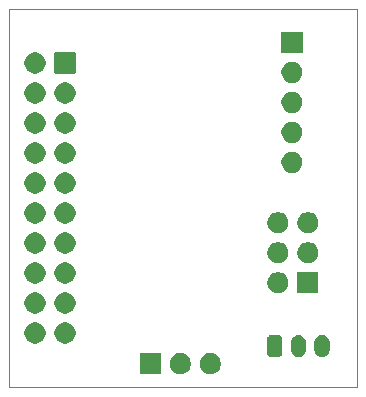
<source format=gbr>
G04 #@! TF.GenerationSoftware,KiCad,Pcbnew,9.0.2*
G04 #@! TF.CreationDate,2025-09-05T09:59:15+02:00*
G04 #@! TF.ProjectId,JtagArm20Adapter,4a746167-4172-46d3-9230-416461707465,rev?*
G04 #@! TF.SameCoordinates,Original*
G04 #@! TF.FileFunction,Soldermask,Top*
G04 #@! TF.FilePolarity,Negative*
%FSLAX46Y46*%
G04 Gerber Fmt 4.6, Leading zero omitted, Abs format (unit mm)*
G04 Created by KiCad (PCBNEW 9.0.2) date 2025-09-05 09:59:15*
%MOMM*%
%LPD*%
G01*
G04 APERTURE LIST*
G04 #@! TA.AperFunction,Profile*
%ADD10C,0.050000*%
G04 #@! TD*
G04 APERTURE END LIST*
G36*
X150329517Y-107102882D02*
G01*
X150346062Y-107113938D01*
X150357118Y-107130483D01*
X150361000Y-107150000D01*
X150361000Y-108850000D01*
X150357118Y-108869517D01*
X150346062Y-108886062D01*
X150329517Y-108897118D01*
X150310000Y-108901000D01*
X148610000Y-108901000D01*
X148590483Y-108897118D01*
X148573938Y-108886062D01*
X148562882Y-108869517D01*
X148559000Y-108850000D01*
X148559000Y-107150000D01*
X148562882Y-107130483D01*
X148573938Y-107113938D01*
X148590483Y-107102882D01*
X148610000Y-107099000D01*
X150310000Y-107099000D01*
X150329517Y-107102882D01*
G37*
G36*
X152261546Y-107137797D02*
G01*
X152424728Y-107205389D01*
X152571588Y-107303518D01*
X152696482Y-107428412D01*
X152794611Y-107575272D01*
X152862203Y-107738454D01*
X152896661Y-107911687D01*
X152896661Y-108088313D01*
X152862203Y-108261546D01*
X152794611Y-108424728D01*
X152696482Y-108571588D01*
X152571588Y-108696482D01*
X152424728Y-108794611D01*
X152261546Y-108862203D01*
X152088313Y-108896661D01*
X151911687Y-108896661D01*
X151738454Y-108862203D01*
X151575272Y-108794611D01*
X151428412Y-108696482D01*
X151303518Y-108571588D01*
X151205389Y-108424728D01*
X151137797Y-108261546D01*
X151103339Y-108088313D01*
X151103339Y-107911687D01*
X151137797Y-107738454D01*
X151205389Y-107575272D01*
X151303518Y-107428412D01*
X151428412Y-107303518D01*
X151575272Y-107205389D01*
X151738454Y-107137797D01*
X151911687Y-107103339D01*
X152088313Y-107103339D01*
X152261546Y-107137797D01*
G37*
G36*
X154801546Y-107137797D02*
G01*
X154964728Y-107205389D01*
X155111588Y-107303518D01*
X155236482Y-107428412D01*
X155334611Y-107575272D01*
X155402203Y-107738454D01*
X155436661Y-107911687D01*
X155436661Y-108088313D01*
X155402203Y-108261546D01*
X155334611Y-108424728D01*
X155236482Y-108571588D01*
X155111588Y-108696482D01*
X154964728Y-108794611D01*
X154801546Y-108862203D01*
X154628313Y-108896661D01*
X154451687Y-108896661D01*
X154278454Y-108862203D01*
X154115272Y-108794611D01*
X153968412Y-108696482D01*
X153843518Y-108571588D01*
X153745389Y-108424728D01*
X153677797Y-108261546D01*
X153643339Y-108088313D01*
X153643339Y-107911687D01*
X153677797Y-107738454D01*
X153745389Y-107575272D01*
X153843518Y-107428412D01*
X153968412Y-107303518D01*
X154115272Y-107205389D01*
X154278454Y-107137797D01*
X154451687Y-107103339D01*
X154628313Y-107103339D01*
X154801546Y-107137797D01*
G37*
G36*
X160418914Y-105581995D02*
G01*
X160434726Y-105588976D01*
X160442531Y-105590213D01*
X160475039Y-105606776D01*
X160520106Y-105626676D01*
X160598324Y-105704894D01*
X160618226Y-105749967D01*
X160634786Y-105782468D01*
X160636021Y-105790270D01*
X160643005Y-105806086D01*
X160651000Y-105875000D01*
X160651000Y-107125000D01*
X160643005Y-107193914D01*
X160636021Y-107209729D01*
X160634786Y-107217531D01*
X160618229Y-107250024D01*
X160598324Y-107295106D01*
X160520106Y-107373324D01*
X160475024Y-107393229D01*
X160442531Y-107409786D01*
X160434729Y-107411021D01*
X160418914Y-107418005D01*
X160350000Y-107426000D01*
X159650000Y-107426000D01*
X159581086Y-107418005D01*
X159565270Y-107411021D01*
X159557468Y-107409786D01*
X159524967Y-107393226D01*
X159479894Y-107373324D01*
X159401676Y-107295106D01*
X159381776Y-107250039D01*
X159365213Y-107217531D01*
X159363976Y-107209726D01*
X159356995Y-107193914D01*
X159349000Y-107125000D01*
X159349000Y-105875000D01*
X159356995Y-105806086D01*
X159363976Y-105790274D01*
X159365213Y-105782468D01*
X159381780Y-105749953D01*
X159401676Y-105704894D01*
X159479894Y-105626676D01*
X159524953Y-105606780D01*
X159557468Y-105590213D01*
X159565274Y-105588976D01*
X159581086Y-105581995D01*
X159650000Y-105574000D01*
X160350000Y-105574000D01*
X160418914Y-105581995D01*
G37*
G36*
X162188975Y-105602032D02*
G01*
X162306879Y-105650869D01*
X162412990Y-105721770D01*
X162503230Y-105812010D01*
X162574131Y-105918121D01*
X162622968Y-106036025D01*
X162647865Y-106161191D01*
X162651000Y-106225000D01*
X162651000Y-106775000D01*
X162647865Y-106838809D01*
X162622968Y-106963975D01*
X162574131Y-107081879D01*
X162503230Y-107187990D01*
X162412990Y-107278230D01*
X162306879Y-107349131D01*
X162188975Y-107397968D01*
X162063809Y-107422865D01*
X161936191Y-107422865D01*
X161811025Y-107397968D01*
X161693121Y-107349131D01*
X161587010Y-107278230D01*
X161496770Y-107187990D01*
X161425869Y-107081879D01*
X161377032Y-106963975D01*
X161352135Y-106838809D01*
X161349000Y-106775000D01*
X161349000Y-106225000D01*
X161352135Y-106161191D01*
X161377032Y-106036025D01*
X161425869Y-105918121D01*
X161496770Y-105812010D01*
X161587010Y-105721770D01*
X161693121Y-105650869D01*
X161811025Y-105602032D01*
X161936191Y-105577135D01*
X162063809Y-105577135D01*
X162188975Y-105602032D01*
G37*
G36*
X164188975Y-105602032D02*
G01*
X164306879Y-105650869D01*
X164412990Y-105721770D01*
X164503230Y-105812010D01*
X164574131Y-105918121D01*
X164622968Y-106036025D01*
X164647865Y-106161191D01*
X164651000Y-106225000D01*
X164651000Y-106775000D01*
X164647865Y-106838809D01*
X164622968Y-106963975D01*
X164574131Y-107081879D01*
X164503230Y-107187990D01*
X164412990Y-107278230D01*
X164306879Y-107349131D01*
X164188975Y-107397968D01*
X164063809Y-107422865D01*
X163936191Y-107422865D01*
X163811025Y-107397968D01*
X163693121Y-107349131D01*
X163587010Y-107278230D01*
X163496770Y-107187990D01*
X163425869Y-107081879D01*
X163377032Y-106963975D01*
X163352135Y-106838809D01*
X163349000Y-106775000D01*
X163349000Y-106225000D01*
X163352135Y-106161191D01*
X163377032Y-106036025D01*
X163425869Y-105918121D01*
X163496770Y-105812010D01*
X163587010Y-105721770D01*
X163693121Y-105650869D01*
X163811025Y-105602032D01*
X163936191Y-105577135D01*
X164063809Y-105577135D01*
X164188975Y-105602032D01*
G37*
G36*
X139961546Y-104547797D02*
G01*
X140124728Y-104615389D01*
X140271588Y-104713518D01*
X140396482Y-104838412D01*
X140494611Y-104985272D01*
X140562203Y-105148454D01*
X140596661Y-105321687D01*
X140596661Y-105498313D01*
X140562203Y-105671546D01*
X140494611Y-105834728D01*
X140396482Y-105981588D01*
X140271588Y-106106482D01*
X140124728Y-106204611D01*
X139961546Y-106272203D01*
X139788313Y-106306661D01*
X139611687Y-106306661D01*
X139438454Y-106272203D01*
X139275272Y-106204611D01*
X139128412Y-106106482D01*
X139003518Y-105981588D01*
X138905389Y-105834728D01*
X138837797Y-105671546D01*
X138803339Y-105498313D01*
X138803339Y-105321687D01*
X138837797Y-105148454D01*
X138905389Y-104985272D01*
X139003518Y-104838412D01*
X139128412Y-104713518D01*
X139275272Y-104615389D01*
X139438454Y-104547797D01*
X139611687Y-104513339D01*
X139788313Y-104513339D01*
X139961546Y-104547797D01*
G37*
G36*
X142501546Y-104547797D02*
G01*
X142664728Y-104615389D01*
X142811588Y-104713518D01*
X142936482Y-104838412D01*
X143034611Y-104985272D01*
X143102203Y-105148454D01*
X143136661Y-105321687D01*
X143136661Y-105498313D01*
X143102203Y-105671546D01*
X143034611Y-105834728D01*
X142936482Y-105981588D01*
X142811588Y-106106482D01*
X142664728Y-106204611D01*
X142501546Y-106272203D01*
X142328313Y-106306661D01*
X142151687Y-106306661D01*
X141978454Y-106272203D01*
X141815272Y-106204611D01*
X141668412Y-106106482D01*
X141543518Y-105981588D01*
X141445389Y-105834728D01*
X141377797Y-105671546D01*
X141343339Y-105498313D01*
X141343339Y-105321687D01*
X141377797Y-105148454D01*
X141445389Y-104985272D01*
X141543518Y-104838412D01*
X141668412Y-104713518D01*
X141815272Y-104615389D01*
X141978454Y-104547797D01*
X142151687Y-104513339D01*
X142328313Y-104513339D01*
X142501546Y-104547797D01*
G37*
G36*
X139961546Y-102007797D02*
G01*
X140124728Y-102075389D01*
X140271588Y-102173518D01*
X140396482Y-102298412D01*
X140494611Y-102445272D01*
X140562203Y-102608454D01*
X140596661Y-102781687D01*
X140596661Y-102958313D01*
X140562203Y-103131546D01*
X140494611Y-103294728D01*
X140396482Y-103441588D01*
X140271588Y-103566482D01*
X140124728Y-103664611D01*
X139961546Y-103732203D01*
X139788313Y-103766661D01*
X139611687Y-103766661D01*
X139438454Y-103732203D01*
X139275272Y-103664611D01*
X139128412Y-103566482D01*
X139003518Y-103441588D01*
X138905389Y-103294728D01*
X138837797Y-103131546D01*
X138803339Y-102958313D01*
X138803339Y-102781687D01*
X138837797Y-102608454D01*
X138905389Y-102445272D01*
X139003518Y-102298412D01*
X139128412Y-102173518D01*
X139275272Y-102075389D01*
X139438454Y-102007797D01*
X139611687Y-101973339D01*
X139788313Y-101973339D01*
X139961546Y-102007797D01*
G37*
G36*
X142501546Y-102007797D02*
G01*
X142664728Y-102075389D01*
X142811588Y-102173518D01*
X142936482Y-102298412D01*
X143034611Y-102445272D01*
X143102203Y-102608454D01*
X143136661Y-102781687D01*
X143136661Y-102958313D01*
X143102203Y-103131546D01*
X143034611Y-103294728D01*
X142936482Y-103441588D01*
X142811588Y-103566482D01*
X142664728Y-103664611D01*
X142501546Y-103732203D01*
X142328313Y-103766661D01*
X142151687Y-103766661D01*
X141978454Y-103732203D01*
X141815272Y-103664611D01*
X141668412Y-103566482D01*
X141543518Y-103441588D01*
X141445389Y-103294728D01*
X141377797Y-103131546D01*
X141343339Y-102958313D01*
X141343339Y-102781687D01*
X141377797Y-102608454D01*
X141445389Y-102445272D01*
X141543518Y-102298412D01*
X141668412Y-102173518D01*
X141815272Y-102075389D01*
X141978454Y-102007797D01*
X142151687Y-101973339D01*
X142328313Y-101973339D01*
X142501546Y-102007797D01*
G37*
G36*
X163669517Y-100252882D02*
G01*
X163686062Y-100263938D01*
X163697118Y-100280483D01*
X163701000Y-100300000D01*
X163701000Y-102000000D01*
X163697118Y-102019517D01*
X163686062Y-102036062D01*
X163669517Y-102047118D01*
X163650000Y-102051000D01*
X161950000Y-102051000D01*
X161930483Y-102047118D01*
X161913938Y-102036062D01*
X161902882Y-102019517D01*
X161899000Y-102000000D01*
X161899000Y-100300000D01*
X161902882Y-100280483D01*
X161913938Y-100263938D01*
X161930483Y-100252882D01*
X161950000Y-100249000D01*
X163650000Y-100249000D01*
X163669517Y-100252882D01*
G37*
G36*
X160521546Y-100287797D02*
G01*
X160684728Y-100355389D01*
X160831588Y-100453518D01*
X160956482Y-100578412D01*
X161054611Y-100725272D01*
X161122203Y-100888454D01*
X161156661Y-101061687D01*
X161156661Y-101238313D01*
X161122203Y-101411546D01*
X161054611Y-101574728D01*
X160956482Y-101721588D01*
X160831588Y-101846482D01*
X160684728Y-101944611D01*
X160521546Y-102012203D01*
X160348313Y-102046661D01*
X160171687Y-102046661D01*
X159998454Y-102012203D01*
X159835272Y-101944611D01*
X159688412Y-101846482D01*
X159563518Y-101721588D01*
X159465389Y-101574728D01*
X159397797Y-101411546D01*
X159363339Y-101238313D01*
X159363339Y-101061687D01*
X159397797Y-100888454D01*
X159465389Y-100725272D01*
X159563518Y-100578412D01*
X159688412Y-100453518D01*
X159835272Y-100355389D01*
X159998454Y-100287797D01*
X160171687Y-100253339D01*
X160348313Y-100253339D01*
X160521546Y-100287797D01*
G37*
G36*
X139961546Y-99467797D02*
G01*
X140124728Y-99535389D01*
X140271588Y-99633518D01*
X140396482Y-99758412D01*
X140494611Y-99905272D01*
X140562203Y-100068454D01*
X140596661Y-100241687D01*
X140596661Y-100418313D01*
X140562203Y-100591546D01*
X140494611Y-100754728D01*
X140396482Y-100901588D01*
X140271588Y-101026482D01*
X140124728Y-101124611D01*
X139961546Y-101192203D01*
X139788313Y-101226661D01*
X139611687Y-101226661D01*
X139438454Y-101192203D01*
X139275272Y-101124611D01*
X139128412Y-101026482D01*
X139003518Y-100901588D01*
X138905389Y-100754728D01*
X138837797Y-100591546D01*
X138803339Y-100418313D01*
X138803339Y-100241687D01*
X138837797Y-100068454D01*
X138905389Y-99905272D01*
X139003518Y-99758412D01*
X139128412Y-99633518D01*
X139275272Y-99535389D01*
X139438454Y-99467797D01*
X139611687Y-99433339D01*
X139788313Y-99433339D01*
X139961546Y-99467797D01*
G37*
G36*
X142501546Y-99467797D02*
G01*
X142664728Y-99535389D01*
X142811588Y-99633518D01*
X142936482Y-99758412D01*
X143034611Y-99905272D01*
X143102203Y-100068454D01*
X143136661Y-100241687D01*
X143136661Y-100418313D01*
X143102203Y-100591546D01*
X143034611Y-100754728D01*
X142936482Y-100901588D01*
X142811588Y-101026482D01*
X142664728Y-101124611D01*
X142501546Y-101192203D01*
X142328313Y-101226661D01*
X142151687Y-101226661D01*
X141978454Y-101192203D01*
X141815272Y-101124611D01*
X141668412Y-101026482D01*
X141543518Y-100901588D01*
X141445389Y-100754728D01*
X141377797Y-100591546D01*
X141343339Y-100418313D01*
X141343339Y-100241687D01*
X141377797Y-100068454D01*
X141445389Y-99905272D01*
X141543518Y-99758412D01*
X141668412Y-99633518D01*
X141815272Y-99535389D01*
X141978454Y-99467797D01*
X142151687Y-99433339D01*
X142328313Y-99433339D01*
X142501546Y-99467797D01*
G37*
G36*
X160521546Y-97747797D02*
G01*
X160684728Y-97815389D01*
X160831588Y-97913518D01*
X160956482Y-98038412D01*
X161054611Y-98185272D01*
X161122203Y-98348454D01*
X161156661Y-98521687D01*
X161156661Y-98698313D01*
X161122203Y-98871546D01*
X161054611Y-99034728D01*
X160956482Y-99181588D01*
X160831588Y-99306482D01*
X160684728Y-99404611D01*
X160521546Y-99472203D01*
X160348313Y-99506661D01*
X160171687Y-99506661D01*
X159998454Y-99472203D01*
X159835272Y-99404611D01*
X159688412Y-99306482D01*
X159563518Y-99181588D01*
X159465389Y-99034728D01*
X159397797Y-98871546D01*
X159363339Y-98698313D01*
X159363339Y-98521687D01*
X159397797Y-98348454D01*
X159465389Y-98185272D01*
X159563518Y-98038412D01*
X159688412Y-97913518D01*
X159835272Y-97815389D01*
X159998454Y-97747797D01*
X160171687Y-97713339D01*
X160348313Y-97713339D01*
X160521546Y-97747797D01*
G37*
G36*
X163061546Y-97747797D02*
G01*
X163224728Y-97815389D01*
X163371588Y-97913518D01*
X163496482Y-98038412D01*
X163594611Y-98185272D01*
X163662203Y-98348454D01*
X163696661Y-98521687D01*
X163696661Y-98698313D01*
X163662203Y-98871546D01*
X163594611Y-99034728D01*
X163496482Y-99181588D01*
X163371588Y-99306482D01*
X163224728Y-99404611D01*
X163061546Y-99472203D01*
X162888313Y-99506661D01*
X162711687Y-99506661D01*
X162538454Y-99472203D01*
X162375272Y-99404611D01*
X162228412Y-99306482D01*
X162103518Y-99181588D01*
X162005389Y-99034728D01*
X161937797Y-98871546D01*
X161903339Y-98698313D01*
X161903339Y-98521687D01*
X161937797Y-98348454D01*
X162005389Y-98185272D01*
X162103518Y-98038412D01*
X162228412Y-97913518D01*
X162375272Y-97815389D01*
X162538454Y-97747797D01*
X162711687Y-97713339D01*
X162888313Y-97713339D01*
X163061546Y-97747797D01*
G37*
G36*
X139961546Y-96927797D02*
G01*
X140124728Y-96995389D01*
X140271588Y-97093518D01*
X140396482Y-97218412D01*
X140494611Y-97365272D01*
X140562203Y-97528454D01*
X140596661Y-97701687D01*
X140596661Y-97878313D01*
X140562203Y-98051546D01*
X140494611Y-98214728D01*
X140396482Y-98361588D01*
X140271588Y-98486482D01*
X140124728Y-98584611D01*
X139961546Y-98652203D01*
X139788313Y-98686661D01*
X139611687Y-98686661D01*
X139438454Y-98652203D01*
X139275272Y-98584611D01*
X139128412Y-98486482D01*
X139003518Y-98361588D01*
X138905389Y-98214728D01*
X138837797Y-98051546D01*
X138803339Y-97878313D01*
X138803339Y-97701687D01*
X138837797Y-97528454D01*
X138905389Y-97365272D01*
X139003518Y-97218412D01*
X139128412Y-97093518D01*
X139275272Y-96995389D01*
X139438454Y-96927797D01*
X139611687Y-96893339D01*
X139788313Y-96893339D01*
X139961546Y-96927797D01*
G37*
G36*
X142501546Y-96927797D02*
G01*
X142664728Y-96995389D01*
X142811588Y-97093518D01*
X142936482Y-97218412D01*
X143034611Y-97365272D01*
X143102203Y-97528454D01*
X143136661Y-97701687D01*
X143136661Y-97878313D01*
X143102203Y-98051546D01*
X143034611Y-98214728D01*
X142936482Y-98361588D01*
X142811588Y-98486482D01*
X142664728Y-98584611D01*
X142501546Y-98652203D01*
X142328313Y-98686661D01*
X142151687Y-98686661D01*
X141978454Y-98652203D01*
X141815272Y-98584611D01*
X141668412Y-98486482D01*
X141543518Y-98361588D01*
X141445389Y-98214728D01*
X141377797Y-98051546D01*
X141343339Y-97878313D01*
X141343339Y-97701687D01*
X141377797Y-97528454D01*
X141445389Y-97365272D01*
X141543518Y-97218412D01*
X141668412Y-97093518D01*
X141815272Y-96995389D01*
X141978454Y-96927797D01*
X142151687Y-96893339D01*
X142328313Y-96893339D01*
X142501546Y-96927797D01*
G37*
G36*
X160521546Y-95207797D02*
G01*
X160684728Y-95275389D01*
X160831588Y-95373518D01*
X160956482Y-95498412D01*
X161054611Y-95645272D01*
X161122203Y-95808454D01*
X161156661Y-95981687D01*
X161156661Y-96158313D01*
X161122203Y-96331546D01*
X161054611Y-96494728D01*
X160956482Y-96641588D01*
X160831588Y-96766482D01*
X160684728Y-96864611D01*
X160521546Y-96932203D01*
X160348313Y-96966661D01*
X160171687Y-96966661D01*
X159998454Y-96932203D01*
X159835272Y-96864611D01*
X159688412Y-96766482D01*
X159563518Y-96641588D01*
X159465389Y-96494728D01*
X159397797Y-96331546D01*
X159363339Y-96158313D01*
X159363339Y-95981687D01*
X159397797Y-95808454D01*
X159465389Y-95645272D01*
X159563518Y-95498412D01*
X159688412Y-95373518D01*
X159835272Y-95275389D01*
X159998454Y-95207797D01*
X160171687Y-95173339D01*
X160348313Y-95173339D01*
X160521546Y-95207797D01*
G37*
G36*
X163061546Y-95207797D02*
G01*
X163224728Y-95275389D01*
X163371588Y-95373518D01*
X163496482Y-95498412D01*
X163594611Y-95645272D01*
X163662203Y-95808454D01*
X163696661Y-95981687D01*
X163696661Y-96158313D01*
X163662203Y-96331546D01*
X163594611Y-96494728D01*
X163496482Y-96641588D01*
X163371588Y-96766482D01*
X163224728Y-96864611D01*
X163061546Y-96932203D01*
X162888313Y-96966661D01*
X162711687Y-96966661D01*
X162538454Y-96932203D01*
X162375272Y-96864611D01*
X162228412Y-96766482D01*
X162103518Y-96641588D01*
X162005389Y-96494728D01*
X161937797Y-96331546D01*
X161903339Y-96158313D01*
X161903339Y-95981687D01*
X161937797Y-95808454D01*
X162005389Y-95645272D01*
X162103518Y-95498412D01*
X162228412Y-95373518D01*
X162375272Y-95275389D01*
X162538454Y-95207797D01*
X162711687Y-95173339D01*
X162888313Y-95173339D01*
X163061546Y-95207797D01*
G37*
G36*
X139961546Y-94387797D02*
G01*
X140124728Y-94455389D01*
X140271588Y-94553518D01*
X140396482Y-94678412D01*
X140494611Y-94825272D01*
X140562203Y-94988454D01*
X140596661Y-95161687D01*
X140596661Y-95338313D01*
X140562203Y-95511546D01*
X140494611Y-95674728D01*
X140396482Y-95821588D01*
X140271588Y-95946482D01*
X140124728Y-96044611D01*
X139961546Y-96112203D01*
X139788313Y-96146661D01*
X139611687Y-96146661D01*
X139438454Y-96112203D01*
X139275272Y-96044611D01*
X139128412Y-95946482D01*
X139003518Y-95821588D01*
X138905389Y-95674728D01*
X138837797Y-95511546D01*
X138803339Y-95338313D01*
X138803339Y-95161687D01*
X138837797Y-94988454D01*
X138905389Y-94825272D01*
X139003518Y-94678412D01*
X139128412Y-94553518D01*
X139275272Y-94455389D01*
X139438454Y-94387797D01*
X139611687Y-94353339D01*
X139788313Y-94353339D01*
X139961546Y-94387797D01*
G37*
G36*
X142501546Y-94387797D02*
G01*
X142664728Y-94455389D01*
X142811588Y-94553518D01*
X142936482Y-94678412D01*
X143034611Y-94825272D01*
X143102203Y-94988454D01*
X143136661Y-95161687D01*
X143136661Y-95338313D01*
X143102203Y-95511546D01*
X143034611Y-95674728D01*
X142936482Y-95821588D01*
X142811588Y-95946482D01*
X142664728Y-96044611D01*
X142501546Y-96112203D01*
X142328313Y-96146661D01*
X142151687Y-96146661D01*
X141978454Y-96112203D01*
X141815272Y-96044611D01*
X141668412Y-95946482D01*
X141543518Y-95821588D01*
X141445389Y-95674728D01*
X141377797Y-95511546D01*
X141343339Y-95338313D01*
X141343339Y-95161687D01*
X141377797Y-94988454D01*
X141445389Y-94825272D01*
X141543518Y-94678412D01*
X141668412Y-94553518D01*
X141815272Y-94455389D01*
X141978454Y-94387797D01*
X142151687Y-94353339D01*
X142328313Y-94353339D01*
X142501546Y-94387797D01*
G37*
G36*
X139961546Y-91847797D02*
G01*
X140124728Y-91915389D01*
X140271588Y-92013518D01*
X140396482Y-92138412D01*
X140494611Y-92285272D01*
X140562203Y-92448454D01*
X140596661Y-92621687D01*
X140596661Y-92798313D01*
X140562203Y-92971546D01*
X140494611Y-93134728D01*
X140396482Y-93281588D01*
X140271588Y-93406482D01*
X140124728Y-93504611D01*
X139961546Y-93572203D01*
X139788313Y-93606661D01*
X139611687Y-93606661D01*
X139438454Y-93572203D01*
X139275272Y-93504611D01*
X139128412Y-93406482D01*
X139003518Y-93281588D01*
X138905389Y-93134728D01*
X138837797Y-92971546D01*
X138803339Y-92798313D01*
X138803339Y-92621687D01*
X138837797Y-92448454D01*
X138905389Y-92285272D01*
X139003518Y-92138412D01*
X139128412Y-92013518D01*
X139275272Y-91915389D01*
X139438454Y-91847797D01*
X139611687Y-91813339D01*
X139788313Y-91813339D01*
X139961546Y-91847797D01*
G37*
G36*
X142501546Y-91847797D02*
G01*
X142664728Y-91915389D01*
X142811588Y-92013518D01*
X142936482Y-92138412D01*
X143034611Y-92285272D01*
X143102203Y-92448454D01*
X143136661Y-92621687D01*
X143136661Y-92798313D01*
X143102203Y-92971546D01*
X143034611Y-93134728D01*
X142936482Y-93281588D01*
X142811588Y-93406482D01*
X142664728Y-93504611D01*
X142501546Y-93572203D01*
X142328313Y-93606661D01*
X142151687Y-93606661D01*
X141978454Y-93572203D01*
X141815272Y-93504611D01*
X141668412Y-93406482D01*
X141543518Y-93281588D01*
X141445389Y-93134728D01*
X141377797Y-92971546D01*
X141343339Y-92798313D01*
X141343339Y-92621687D01*
X141377797Y-92448454D01*
X141445389Y-92285272D01*
X141543518Y-92138412D01*
X141668412Y-92013518D01*
X141815272Y-91915389D01*
X141978454Y-91847797D01*
X142151687Y-91813339D01*
X142328313Y-91813339D01*
X142501546Y-91847797D01*
G37*
G36*
X161711546Y-90097797D02*
G01*
X161874728Y-90165389D01*
X162021588Y-90263518D01*
X162146482Y-90388412D01*
X162244611Y-90535272D01*
X162312203Y-90698454D01*
X162346661Y-90871687D01*
X162346661Y-91048313D01*
X162312203Y-91221546D01*
X162244611Y-91384728D01*
X162146482Y-91531588D01*
X162021588Y-91656482D01*
X161874728Y-91754611D01*
X161711546Y-91822203D01*
X161538313Y-91856661D01*
X161361687Y-91856661D01*
X161188454Y-91822203D01*
X161025272Y-91754611D01*
X160878412Y-91656482D01*
X160753518Y-91531588D01*
X160655389Y-91384728D01*
X160587797Y-91221546D01*
X160553339Y-91048313D01*
X160553339Y-90871687D01*
X160587797Y-90698454D01*
X160655389Y-90535272D01*
X160753518Y-90388412D01*
X160878412Y-90263518D01*
X161025272Y-90165389D01*
X161188454Y-90097797D01*
X161361687Y-90063339D01*
X161538313Y-90063339D01*
X161711546Y-90097797D01*
G37*
G36*
X139961546Y-89307797D02*
G01*
X140124728Y-89375389D01*
X140271588Y-89473518D01*
X140396482Y-89598412D01*
X140494611Y-89745272D01*
X140562203Y-89908454D01*
X140596661Y-90081687D01*
X140596661Y-90258313D01*
X140562203Y-90431546D01*
X140494611Y-90594728D01*
X140396482Y-90741588D01*
X140271588Y-90866482D01*
X140124728Y-90964611D01*
X139961546Y-91032203D01*
X139788313Y-91066661D01*
X139611687Y-91066661D01*
X139438454Y-91032203D01*
X139275272Y-90964611D01*
X139128412Y-90866482D01*
X139003518Y-90741588D01*
X138905389Y-90594728D01*
X138837797Y-90431546D01*
X138803339Y-90258313D01*
X138803339Y-90081687D01*
X138837797Y-89908454D01*
X138905389Y-89745272D01*
X139003518Y-89598412D01*
X139128412Y-89473518D01*
X139275272Y-89375389D01*
X139438454Y-89307797D01*
X139611687Y-89273339D01*
X139788313Y-89273339D01*
X139961546Y-89307797D01*
G37*
G36*
X142501546Y-89307797D02*
G01*
X142664728Y-89375389D01*
X142811588Y-89473518D01*
X142936482Y-89598412D01*
X143034611Y-89745272D01*
X143102203Y-89908454D01*
X143136661Y-90081687D01*
X143136661Y-90258313D01*
X143102203Y-90431546D01*
X143034611Y-90594728D01*
X142936482Y-90741588D01*
X142811588Y-90866482D01*
X142664728Y-90964611D01*
X142501546Y-91032203D01*
X142328313Y-91066661D01*
X142151687Y-91066661D01*
X141978454Y-91032203D01*
X141815272Y-90964611D01*
X141668412Y-90866482D01*
X141543518Y-90741588D01*
X141445389Y-90594728D01*
X141377797Y-90431546D01*
X141343339Y-90258313D01*
X141343339Y-90081687D01*
X141377797Y-89908454D01*
X141445389Y-89745272D01*
X141543518Y-89598412D01*
X141668412Y-89473518D01*
X141815272Y-89375389D01*
X141978454Y-89307797D01*
X142151687Y-89273339D01*
X142328313Y-89273339D01*
X142501546Y-89307797D01*
G37*
G36*
X161711546Y-87557797D02*
G01*
X161874728Y-87625389D01*
X162021588Y-87723518D01*
X162146482Y-87848412D01*
X162244611Y-87995272D01*
X162312203Y-88158454D01*
X162346661Y-88331687D01*
X162346661Y-88508313D01*
X162312203Y-88681546D01*
X162244611Y-88844728D01*
X162146482Y-88991588D01*
X162021588Y-89116482D01*
X161874728Y-89214611D01*
X161711546Y-89282203D01*
X161538313Y-89316661D01*
X161361687Y-89316661D01*
X161188454Y-89282203D01*
X161025272Y-89214611D01*
X160878412Y-89116482D01*
X160753518Y-88991588D01*
X160655389Y-88844728D01*
X160587797Y-88681546D01*
X160553339Y-88508313D01*
X160553339Y-88331687D01*
X160587797Y-88158454D01*
X160655389Y-87995272D01*
X160753518Y-87848412D01*
X160878412Y-87723518D01*
X161025272Y-87625389D01*
X161188454Y-87557797D01*
X161361687Y-87523339D01*
X161538313Y-87523339D01*
X161711546Y-87557797D01*
G37*
G36*
X139961546Y-86767797D02*
G01*
X140124728Y-86835389D01*
X140271588Y-86933518D01*
X140396482Y-87058412D01*
X140494611Y-87205272D01*
X140562203Y-87368454D01*
X140596661Y-87541687D01*
X140596661Y-87718313D01*
X140562203Y-87891546D01*
X140494611Y-88054728D01*
X140396482Y-88201588D01*
X140271588Y-88326482D01*
X140124728Y-88424611D01*
X139961546Y-88492203D01*
X139788313Y-88526661D01*
X139611687Y-88526661D01*
X139438454Y-88492203D01*
X139275272Y-88424611D01*
X139128412Y-88326482D01*
X139003518Y-88201588D01*
X138905389Y-88054728D01*
X138837797Y-87891546D01*
X138803339Y-87718313D01*
X138803339Y-87541687D01*
X138837797Y-87368454D01*
X138905389Y-87205272D01*
X139003518Y-87058412D01*
X139128412Y-86933518D01*
X139275272Y-86835389D01*
X139438454Y-86767797D01*
X139611687Y-86733339D01*
X139788313Y-86733339D01*
X139961546Y-86767797D01*
G37*
G36*
X142501546Y-86767797D02*
G01*
X142664728Y-86835389D01*
X142811588Y-86933518D01*
X142936482Y-87058412D01*
X143034611Y-87205272D01*
X143102203Y-87368454D01*
X143136661Y-87541687D01*
X143136661Y-87718313D01*
X143102203Y-87891546D01*
X143034611Y-88054728D01*
X142936482Y-88201588D01*
X142811588Y-88326482D01*
X142664728Y-88424611D01*
X142501546Y-88492203D01*
X142328313Y-88526661D01*
X142151687Y-88526661D01*
X141978454Y-88492203D01*
X141815272Y-88424611D01*
X141668412Y-88326482D01*
X141543518Y-88201588D01*
X141445389Y-88054728D01*
X141377797Y-87891546D01*
X141343339Y-87718313D01*
X141343339Y-87541687D01*
X141377797Y-87368454D01*
X141445389Y-87205272D01*
X141543518Y-87058412D01*
X141668412Y-86933518D01*
X141815272Y-86835389D01*
X141978454Y-86767797D01*
X142151687Y-86733339D01*
X142328313Y-86733339D01*
X142501546Y-86767797D01*
G37*
G36*
X161711546Y-85017797D02*
G01*
X161874728Y-85085389D01*
X162021588Y-85183518D01*
X162146482Y-85308412D01*
X162244611Y-85455272D01*
X162312203Y-85618454D01*
X162346661Y-85791687D01*
X162346661Y-85968313D01*
X162312203Y-86141546D01*
X162244611Y-86304728D01*
X162146482Y-86451588D01*
X162021588Y-86576482D01*
X161874728Y-86674611D01*
X161711546Y-86742203D01*
X161538313Y-86776661D01*
X161361687Y-86776661D01*
X161188454Y-86742203D01*
X161025272Y-86674611D01*
X160878412Y-86576482D01*
X160753518Y-86451588D01*
X160655389Y-86304728D01*
X160587797Y-86141546D01*
X160553339Y-85968313D01*
X160553339Y-85791687D01*
X160587797Y-85618454D01*
X160655389Y-85455272D01*
X160753518Y-85308412D01*
X160878412Y-85183518D01*
X161025272Y-85085389D01*
X161188454Y-85017797D01*
X161361687Y-84983339D01*
X161538313Y-84983339D01*
X161711546Y-85017797D01*
G37*
G36*
X139961546Y-84227797D02*
G01*
X140124728Y-84295389D01*
X140271588Y-84393518D01*
X140396482Y-84518412D01*
X140494611Y-84665272D01*
X140562203Y-84828454D01*
X140596661Y-85001687D01*
X140596661Y-85178313D01*
X140562203Y-85351546D01*
X140494611Y-85514728D01*
X140396482Y-85661588D01*
X140271588Y-85786482D01*
X140124728Y-85884611D01*
X139961546Y-85952203D01*
X139788313Y-85986661D01*
X139611687Y-85986661D01*
X139438454Y-85952203D01*
X139275272Y-85884611D01*
X139128412Y-85786482D01*
X139003518Y-85661588D01*
X138905389Y-85514728D01*
X138837797Y-85351546D01*
X138803339Y-85178313D01*
X138803339Y-85001687D01*
X138837797Y-84828454D01*
X138905389Y-84665272D01*
X139003518Y-84518412D01*
X139128412Y-84393518D01*
X139275272Y-84295389D01*
X139438454Y-84227797D01*
X139611687Y-84193339D01*
X139788313Y-84193339D01*
X139961546Y-84227797D01*
G37*
G36*
X142501546Y-84227797D02*
G01*
X142664728Y-84295389D01*
X142811588Y-84393518D01*
X142936482Y-84518412D01*
X143034611Y-84665272D01*
X143102203Y-84828454D01*
X143136661Y-85001687D01*
X143136661Y-85178313D01*
X143102203Y-85351546D01*
X143034611Y-85514728D01*
X142936482Y-85661588D01*
X142811588Y-85786482D01*
X142664728Y-85884611D01*
X142501546Y-85952203D01*
X142328313Y-85986661D01*
X142151687Y-85986661D01*
X141978454Y-85952203D01*
X141815272Y-85884611D01*
X141668412Y-85786482D01*
X141543518Y-85661588D01*
X141445389Y-85514728D01*
X141377797Y-85351546D01*
X141343339Y-85178313D01*
X141343339Y-85001687D01*
X141377797Y-84828454D01*
X141445389Y-84665272D01*
X141543518Y-84518412D01*
X141668412Y-84393518D01*
X141815272Y-84295389D01*
X141978454Y-84227797D01*
X142151687Y-84193339D01*
X142328313Y-84193339D01*
X142501546Y-84227797D01*
G37*
G36*
X161711546Y-82477797D02*
G01*
X161874728Y-82545389D01*
X162021588Y-82643518D01*
X162146482Y-82768412D01*
X162244611Y-82915272D01*
X162312203Y-83078454D01*
X162346661Y-83251687D01*
X162346661Y-83428313D01*
X162312203Y-83601546D01*
X162244611Y-83764728D01*
X162146482Y-83911588D01*
X162021588Y-84036482D01*
X161874728Y-84134611D01*
X161711546Y-84202203D01*
X161538313Y-84236661D01*
X161361687Y-84236661D01*
X161188454Y-84202203D01*
X161025272Y-84134611D01*
X160878412Y-84036482D01*
X160753518Y-83911588D01*
X160655389Y-83764728D01*
X160587797Y-83601546D01*
X160553339Y-83428313D01*
X160553339Y-83251687D01*
X160587797Y-83078454D01*
X160655389Y-82915272D01*
X160753518Y-82768412D01*
X160878412Y-82643518D01*
X161025272Y-82545389D01*
X161188454Y-82477797D01*
X161361687Y-82443339D01*
X161538313Y-82443339D01*
X161711546Y-82477797D01*
G37*
G36*
X143109517Y-81652882D02*
G01*
X143126062Y-81663938D01*
X143137118Y-81680483D01*
X143141000Y-81700000D01*
X143141000Y-83400000D01*
X143137118Y-83419517D01*
X143126062Y-83436062D01*
X143109517Y-83447118D01*
X143090000Y-83451000D01*
X141390000Y-83451000D01*
X141370483Y-83447118D01*
X141353938Y-83436062D01*
X141342882Y-83419517D01*
X141339000Y-83400000D01*
X141339000Y-81700000D01*
X141342882Y-81680483D01*
X141353938Y-81663938D01*
X141370483Y-81652882D01*
X141390000Y-81649000D01*
X143090000Y-81649000D01*
X143109517Y-81652882D01*
G37*
G36*
X139961546Y-81687797D02*
G01*
X140124728Y-81755389D01*
X140271588Y-81853518D01*
X140396482Y-81978412D01*
X140494611Y-82125272D01*
X140562203Y-82288454D01*
X140596661Y-82461687D01*
X140596661Y-82638313D01*
X140562203Y-82811546D01*
X140494611Y-82974728D01*
X140396482Y-83121588D01*
X140271588Y-83246482D01*
X140124728Y-83344611D01*
X139961546Y-83412203D01*
X139788313Y-83446661D01*
X139611687Y-83446661D01*
X139438454Y-83412203D01*
X139275272Y-83344611D01*
X139128412Y-83246482D01*
X139003518Y-83121588D01*
X138905389Y-82974728D01*
X138837797Y-82811546D01*
X138803339Y-82638313D01*
X138803339Y-82461687D01*
X138837797Y-82288454D01*
X138905389Y-82125272D01*
X139003518Y-81978412D01*
X139128412Y-81853518D01*
X139275272Y-81755389D01*
X139438454Y-81687797D01*
X139611687Y-81653339D01*
X139788313Y-81653339D01*
X139961546Y-81687797D01*
G37*
G36*
X162319517Y-79902882D02*
G01*
X162336062Y-79913938D01*
X162347118Y-79930483D01*
X162351000Y-79950000D01*
X162351000Y-81650000D01*
X162347118Y-81669517D01*
X162336062Y-81686062D01*
X162319517Y-81697118D01*
X162300000Y-81701000D01*
X160600000Y-81701000D01*
X160580483Y-81697118D01*
X160563938Y-81686062D01*
X160552882Y-81669517D01*
X160549000Y-81650000D01*
X160549000Y-79950000D01*
X160552882Y-79930483D01*
X160563938Y-79913938D01*
X160580483Y-79902882D01*
X160600000Y-79899000D01*
X162300000Y-79899000D01*
X162319517Y-79902882D01*
G37*
D10*
X137500000Y-78000000D02*
X167000000Y-78000000D01*
X167000000Y-110000000D01*
X137500000Y-110000000D01*
X137500000Y-78000000D01*
M02*

</source>
